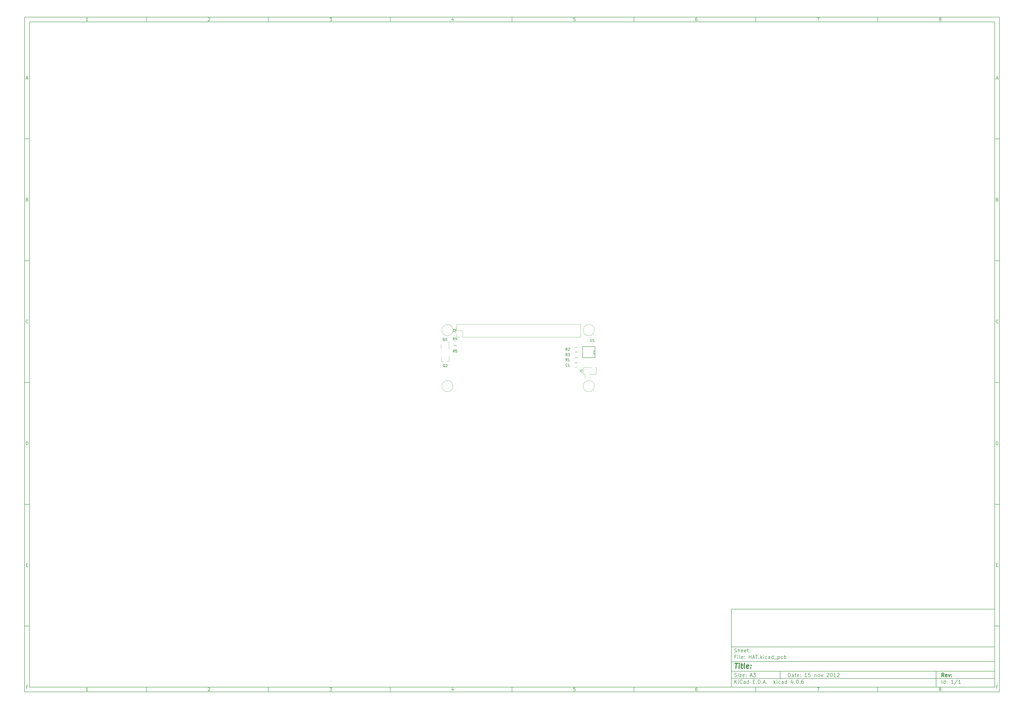
<source format=gto>
G04 #@! TF.FileFunction,Legend,Top*
%FSLAX46Y46*%
G04 Gerber Fmt 4.6, Leading zero omitted, Abs format (unit mm)*
G04 Created by KiCad (PCBNEW 4.0.6) date 06/14/17 17:14:32*
%MOMM*%
%LPD*%
G01*
G04 APERTURE LIST*
%ADD10C,0.150000*%
%ADD11C,0.300000*%
%ADD12C,0.400000*%
%ADD13C,0.120000*%
G04 APERTURE END LIST*
D10*
X299989000Y-253002200D02*
X299989000Y-285002200D01*
X407989000Y-285002200D01*
X407989000Y-253002200D01*
X299989000Y-253002200D01*
X10000000Y-10000000D02*
X10000000Y-287002200D01*
X409989000Y-287002200D01*
X409989000Y-10000000D01*
X10000000Y-10000000D01*
X12000000Y-12000000D02*
X12000000Y-285002200D01*
X407989000Y-285002200D01*
X407989000Y-12000000D01*
X12000000Y-12000000D01*
X60000000Y-12000000D02*
X60000000Y-10000000D01*
X110000000Y-12000000D02*
X110000000Y-10000000D01*
X160000000Y-12000000D02*
X160000000Y-10000000D01*
X210000000Y-12000000D02*
X210000000Y-10000000D01*
X260000000Y-12000000D02*
X260000000Y-10000000D01*
X310000000Y-12000000D02*
X310000000Y-10000000D01*
X360000000Y-12000000D02*
X360000000Y-10000000D01*
X35990476Y-11588095D02*
X35247619Y-11588095D01*
X35619048Y-11588095D02*
X35619048Y-10288095D01*
X35495238Y-10473810D01*
X35371429Y-10597619D01*
X35247619Y-10659524D01*
X85247619Y-10411905D02*
X85309524Y-10350000D01*
X85433333Y-10288095D01*
X85742857Y-10288095D01*
X85866667Y-10350000D01*
X85928571Y-10411905D01*
X85990476Y-10535714D01*
X85990476Y-10659524D01*
X85928571Y-10845238D01*
X85185714Y-11588095D01*
X85990476Y-11588095D01*
X135185714Y-10288095D02*
X135990476Y-10288095D01*
X135557143Y-10783333D01*
X135742857Y-10783333D01*
X135866667Y-10845238D01*
X135928571Y-10907143D01*
X135990476Y-11030952D01*
X135990476Y-11340476D01*
X135928571Y-11464286D01*
X135866667Y-11526190D01*
X135742857Y-11588095D01*
X135371429Y-11588095D01*
X135247619Y-11526190D01*
X135185714Y-11464286D01*
X185866667Y-10721429D02*
X185866667Y-11588095D01*
X185557143Y-10226190D02*
X185247619Y-11154762D01*
X186052381Y-11154762D01*
X235928571Y-10288095D02*
X235309524Y-10288095D01*
X235247619Y-10907143D01*
X235309524Y-10845238D01*
X235433333Y-10783333D01*
X235742857Y-10783333D01*
X235866667Y-10845238D01*
X235928571Y-10907143D01*
X235990476Y-11030952D01*
X235990476Y-11340476D01*
X235928571Y-11464286D01*
X235866667Y-11526190D01*
X235742857Y-11588095D01*
X235433333Y-11588095D01*
X235309524Y-11526190D01*
X235247619Y-11464286D01*
X285866667Y-10288095D02*
X285619048Y-10288095D01*
X285495238Y-10350000D01*
X285433333Y-10411905D01*
X285309524Y-10597619D01*
X285247619Y-10845238D01*
X285247619Y-11340476D01*
X285309524Y-11464286D01*
X285371429Y-11526190D01*
X285495238Y-11588095D01*
X285742857Y-11588095D01*
X285866667Y-11526190D01*
X285928571Y-11464286D01*
X285990476Y-11340476D01*
X285990476Y-11030952D01*
X285928571Y-10907143D01*
X285866667Y-10845238D01*
X285742857Y-10783333D01*
X285495238Y-10783333D01*
X285371429Y-10845238D01*
X285309524Y-10907143D01*
X285247619Y-11030952D01*
X335185714Y-10288095D02*
X336052381Y-10288095D01*
X335495238Y-11588095D01*
X385495238Y-10845238D02*
X385371429Y-10783333D01*
X385309524Y-10721429D01*
X385247619Y-10597619D01*
X385247619Y-10535714D01*
X385309524Y-10411905D01*
X385371429Y-10350000D01*
X385495238Y-10288095D01*
X385742857Y-10288095D01*
X385866667Y-10350000D01*
X385928571Y-10411905D01*
X385990476Y-10535714D01*
X385990476Y-10597619D01*
X385928571Y-10721429D01*
X385866667Y-10783333D01*
X385742857Y-10845238D01*
X385495238Y-10845238D01*
X385371429Y-10907143D01*
X385309524Y-10969048D01*
X385247619Y-11092857D01*
X385247619Y-11340476D01*
X385309524Y-11464286D01*
X385371429Y-11526190D01*
X385495238Y-11588095D01*
X385742857Y-11588095D01*
X385866667Y-11526190D01*
X385928571Y-11464286D01*
X385990476Y-11340476D01*
X385990476Y-11092857D01*
X385928571Y-10969048D01*
X385866667Y-10907143D01*
X385742857Y-10845238D01*
X60000000Y-285002200D02*
X60000000Y-287002200D01*
X110000000Y-285002200D02*
X110000000Y-287002200D01*
X160000000Y-285002200D02*
X160000000Y-287002200D01*
X210000000Y-285002200D02*
X210000000Y-287002200D01*
X260000000Y-285002200D02*
X260000000Y-287002200D01*
X310000000Y-285002200D02*
X310000000Y-287002200D01*
X360000000Y-285002200D02*
X360000000Y-287002200D01*
X35990476Y-286590295D02*
X35247619Y-286590295D01*
X35619048Y-286590295D02*
X35619048Y-285290295D01*
X35495238Y-285476010D01*
X35371429Y-285599819D01*
X35247619Y-285661724D01*
X85247619Y-285414105D02*
X85309524Y-285352200D01*
X85433333Y-285290295D01*
X85742857Y-285290295D01*
X85866667Y-285352200D01*
X85928571Y-285414105D01*
X85990476Y-285537914D01*
X85990476Y-285661724D01*
X85928571Y-285847438D01*
X85185714Y-286590295D01*
X85990476Y-286590295D01*
X135185714Y-285290295D02*
X135990476Y-285290295D01*
X135557143Y-285785533D01*
X135742857Y-285785533D01*
X135866667Y-285847438D01*
X135928571Y-285909343D01*
X135990476Y-286033152D01*
X135990476Y-286342676D01*
X135928571Y-286466486D01*
X135866667Y-286528390D01*
X135742857Y-286590295D01*
X135371429Y-286590295D01*
X135247619Y-286528390D01*
X135185714Y-286466486D01*
X185866667Y-285723629D02*
X185866667Y-286590295D01*
X185557143Y-285228390D02*
X185247619Y-286156962D01*
X186052381Y-286156962D01*
X235928571Y-285290295D02*
X235309524Y-285290295D01*
X235247619Y-285909343D01*
X235309524Y-285847438D01*
X235433333Y-285785533D01*
X235742857Y-285785533D01*
X235866667Y-285847438D01*
X235928571Y-285909343D01*
X235990476Y-286033152D01*
X235990476Y-286342676D01*
X235928571Y-286466486D01*
X235866667Y-286528390D01*
X235742857Y-286590295D01*
X235433333Y-286590295D01*
X235309524Y-286528390D01*
X235247619Y-286466486D01*
X285866667Y-285290295D02*
X285619048Y-285290295D01*
X285495238Y-285352200D01*
X285433333Y-285414105D01*
X285309524Y-285599819D01*
X285247619Y-285847438D01*
X285247619Y-286342676D01*
X285309524Y-286466486D01*
X285371429Y-286528390D01*
X285495238Y-286590295D01*
X285742857Y-286590295D01*
X285866667Y-286528390D01*
X285928571Y-286466486D01*
X285990476Y-286342676D01*
X285990476Y-286033152D01*
X285928571Y-285909343D01*
X285866667Y-285847438D01*
X285742857Y-285785533D01*
X285495238Y-285785533D01*
X285371429Y-285847438D01*
X285309524Y-285909343D01*
X285247619Y-286033152D01*
X335185714Y-285290295D02*
X336052381Y-285290295D01*
X335495238Y-286590295D01*
X385495238Y-285847438D02*
X385371429Y-285785533D01*
X385309524Y-285723629D01*
X385247619Y-285599819D01*
X385247619Y-285537914D01*
X385309524Y-285414105D01*
X385371429Y-285352200D01*
X385495238Y-285290295D01*
X385742857Y-285290295D01*
X385866667Y-285352200D01*
X385928571Y-285414105D01*
X385990476Y-285537914D01*
X385990476Y-285599819D01*
X385928571Y-285723629D01*
X385866667Y-285785533D01*
X385742857Y-285847438D01*
X385495238Y-285847438D01*
X385371429Y-285909343D01*
X385309524Y-285971248D01*
X385247619Y-286095057D01*
X385247619Y-286342676D01*
X385309524Y-286466486D01*
X385371429Y-286528390D01*
X385495238Y-286590295D01*
X385742857Y-286590295D01*
X385866667Y-286528390D01*
X385928571Y-286466486D01*
X385990476Y-286342676D01*
X385990476Y-286095057D01*
X385928571Y-285971248D01*
X385866667Y-285909343D01*
X385742857Y-285847438D01*
X10000000Y-60000000D02*
X12000000Y-60000000D01*
X10000000Y-110000000D02*
X12000000Y-110000000D01*
X10000000Y-160000000D02*
X12000000Y-160000000D01*
X10000000Y-210000000D02*
X12000000Y-210000000D01*
X10000000Y-260000000D02*
X12000000Y-260000000D01*
X10690476Y-35216667D02*
X11309524Y-35216667D01*
X10566667Y-35588095D02*
X11000000Y-34288095D01*
X11433333Y-35588095D01*
X11092857Y-84907143D02*
X11278571Y-84969048D01*
X11340476Y-85030952D01*
X11402381Y-85154762D01*
X11402381Y-85340476D01*
X11340476Y-85464286D01*
X11278571Y-85526190D01*
X11154762Y-85588095D01*
X10659524Y-85588095D01*
X10659524Y-84288095D01*
X11092857Y-84288095D01*
X11216667Y-84350000D01*
X11278571Y-84411905D01*
X11340476Y-84535714D01*
X11340476Y-84659524D01*
X11278571Y-84783333D01*
X11216667Y-84845238D01*
X11092857Y-84907143D01*
X10659524Y-84907143D01*
X11402381Y-135464286D02*
X11340476Y-135526190D01*
X11154762Y-135588095D01*
X11030952Y-135588095D01*
X10845238Y-135526190D01*
X10721429Y-135402381D01*
X10659524Y-135278571D01*
X10597619Y-135030952D01*
X10597619Y-134845238D01*
X10659524Y-134597619D01*
X10721429Y-134473810D01*
X10845238Y-134350000D01*
X11030952Y-134288095D01*
X11154762Y-134288095D01*
X11340476Y-134350000D01*
X11402381Y-134411905D01*
X10659524Y-185588095D02*
X10659524Y-184288095D01*
X10969048Y-184288095D01*
X11154762Y-184350000D01*
X11278571Y-184473810D01*
X11340476Y-184597619D01*
X11402381Y-184845238D01*
X11402381Y-185030952D01*
X11340476Y-185278571D01*
X11278571Y-185402381D01*
X11154762Y-185526190D01*
X10969048Y-185588095D01*
X10659524Y-185588095D01*
X10721429Y-234907143D02*
X11154762Y-234907143D01*
X11340476Y-235588095D02*
X10721429Y-235588095D01*
X10721429Y-234288095D01*
X11340476Y-234288095D01*
X11185714Y-284907143D02*
X10752381Y-284907143D01*
X10752381Y-285588095D02*
X10752381Y-284288095D01*
X11371428Y-284288095D01*
X409989000Y-60000000D02*
X407989000Y-60000000D01*
X409989000Y-110000000D02*
X407989000Y-110000000D01*
X409989000Y-160000000D02*
X407989000Y-160000000D01*
X409989000Y-210000000D02*
X407989000Y-210000000D01*
X409989000Y-260000000D02*
X407989000Y-260000000D01*
X408679476Y-35216667D02*
X409298524Y-35216667D01*
X408555667Y-35588095D02*
X408989000Y-34288095D01*
X409422333Y-35588095D01*
X409081857Y-84907143D02*
X409267571Y-84969048D01*
X409329476Y-85030952D01*
X409391381Y-85154762D01*
X409391381Y-85340476D01*
X409329476Y-85464286D01*
X409267571Y-85526190D01*
X409143762Y-85588095D01*
X408648524Y-85588095D01*
X408648524Y-84288095D01*
X409081857Y-84288095D01*
X409205667Y-84350000D01*
X409267571Y-84411905D01*
X409329476Y-84535714D01*
X409329476Y-84659524D01*
X409267571Y-84783333D01*
X409205667Y-84845238D01*
X409081857Y-84907143D01*
X408648524Y-84907143D01*
X409391381Y-135464286D02*
X409329476Y-135526190D01*
X409143762Y-135588095D01*
X409019952Y-135588095D01*
X408834238Y-135526190D01*
X408710429Y-135402381D01*
X408648524Y-135278571D01*
X408586619Y-135030952D01*
X408586619Y-134845238D01*
X408648524Y-134597619D01*
X408710429Y-134473810D01*
X408834238Y-134350000D01*
X409019952Y-134288095D01*
X409143762Y-134288095D01*
X409329476Y-134350000D01*
X409391381Y-134411905D01*
X408648524Y-185588095D02*
X408648524Y-184288095D01*
X408958048Y-184288095D01*
X409143762Y-184350000D01*
X409267571Y-184473810D01*
X409329476Y-184597619D01*
X409391381Y-184845238D01*
X409391381Y-185030952D01*
X409329476Y-185278571D01*
X409267571Y-185402381D01*
X409143762Y-185526190D01*
X408958048Y-185588095D01*
X408648524Y-185588095D01*
X408710429Y-234907143D02*
X409143762Y-234907143D01*
X409329476Y-235588095D02*
X408710429Y-235588095D01*
X408710429Y-234288095D01*
X409329476Y-234288095D01*
X409174714Y-284907143D02*
X408741381Y-284907143D01*
X408741381Y-285588095D02*
X408741381Y-284288095D01*
X409360428Y-284288095D01*
X323346143Y-280780771D02*
X323346143Y-279280771D01*
X323703286Y-279280771D01*
X323917571Y-279352200D01*
X324060429Y-279495057D01*
X324131857Y-279637914D01*
X324203286Y-279923629D01*
X324203286Y-280137914D01*
X324131857Y-280423629D01*
X324060429Y-280566486D01*
X323917571Y-280709343D01*
X323703286Y-280780771D01*
X323346143Y-280780771D01*
X325489000Y-280780771D02*
X325489000Y-279995057D01*
X325417571Y-279852200D01*
X325274714Y-279780771D01*
X324989000Y-279780771D01*
X324846143Y-279852200D01*
X325489000Y-280709343D02*
X325346143Y-280780771D01*
X324989000Y-280780771D01*
X324846143Y-280709343D01*
X324774714Y-280566486D01*
X324774714Y-280423629D01*
X324846143Y-280280771D01*
X324989000Y-280209343D01*
X325346143Y-280209343D01*
X325489000Y-280137914D01*
X325989000Y-279780771D02*
X326560429Y-279780771D01*
X326203286Y-279280771D02*
X326203286Y-280566486D01*
X326274714Y-280709343D01*
X326417572Y-280780771D01*
X326560429Y-280780771D01*
X327631857Y-280709343D02*
X327489000Y-280780771D01*
X327203286Y-280780771D01*
X327060429Y-280709343D01*
X326989000Y-280566486D01*
X326989000Y-279995057D01*
X327060429Y-279852200D01*
X327203286Y-279780771D01*
X327489000Y-279780771D01*
X327631857Y-279852200D01*
X327703286Y-279995057D01*
X327703286Y-280137914D01*
X326989000Y-280280771D01*
X328346143Y-280637914D02*
X328417571Y-280709343D01*
X328346143Y-280780771D01*
X328274714Y-280709343D01*
X328346143Y-280637914D01*
X328346143Y-280780771D01*
X328346143Y-279852200D02*
X328417571Y-279923629D01*
X328346143Y-279995057D01*
X328274714Y-279923629D01*
X328346143Y-279852200D01*
X328346143Y-279995057D01*
X330989000Y-280780771D02*
X330131857Y-280780771D01*
X330560429Y-280780771D02*
X330560429Y-279280771D01*
X330417572Y-279495057D01*
X330274714Y-279637914D01*
X330131857Y-279709343D01*
X332346143Y-279280771D02*
X331631857Y-279280771D01*
X331560428Y-279995057D01*
X331631857Y-279923629D01*
X331774714Y-279852200D01*
X332131857Y-279852200D01*
X332274714Y-279923629D01*
X332346143Y-279995057D01*
X332417571Y-280137914D01*
X332417571Y-280495057D01*
X332346143Y-280637914D01*
X332274714Y-280709343D01*
X332131857Y-280780771D01*
X331774714Y-280780771D01*
X331631857Y-280709343D01*
X331560428Y-280637914D01*
X334203285Y-279780771D02*
X334203285Y-280780771D01*
X334203285Y-279923629D02*
X334274713Y-279852200D01*
X334417571Y-279780771D01*
X334631856Y-279780771D01*
X334774713Y-279852200D01*
X334846142Y-279995057D01*
X334846142Y-280780771D01*
X335774714Y-280780771D02*
X335631856Y-280709343D01*
X335560428Y-280637914D01*
X335488999Y-280495057D01*
X335488999Y-280066486D01*
X335560428Y-279923629D01*
X335631856Y-279852200D01*
X335774714Y-279780771D01*
X335988999Y-279780771D01*
X336131856Y-279852200D01*
X336203285Y-279923629D01*
X336274714Y-280066486D01*
X336274714Y-280495057D01*
X336203285Y-280637914D01*
X336131856Y-280709343D01*
X335988999Y-280780771D01*
X335774714Y-280780771D01*
X336774714Y-279780771D02*
X337131857Y-280780771D01*
X337488999Y-279780771D01*
X339131856Y-279423629D02*
X339203285Y-279352200D01*
X339346142Y-279280771D01*
X339703285Y-279280771D01*
X339846142Y-279352200D01*
X339917571Y-279423629D01*
X339988999Y-279566486D01*
X339988999Y-279709343D01*
X339917571Y-279923629D01*
X339060428Y-280780771D01*
X339988999Y-280780771D01*
X340917570Y-279280771D02*
X341060427Y-279280771D01*
X341203284Y-279352200D01*
X341274713Y-279423629D01*
X341346142Y-279566486D01*
X341417570Y-279852200D01*
X341417570Y-280209343D01*
X341346142Y-280495057D01*
X341274713Y-280637914D01*
X341203284Y-280709343D01*
X341060427Y-280780771D01*
X340917570Y-280780771D01*
X340774713Y-280709343D01*
X340703284Y-280637914D01*
X340631856Y-280495057D01*
X340560427Y-280209343D01*
X340560427Y-279852200D01*
X340631856Y-279566486D01*
X340703284Y-279423629D01*
X340774713Y-279352200D01*
X340917570Y-279280771D01*
X342846141Y-280780771D02*
X341988998Y-280780771D01*
X342417570Y-280780771D02*
X342417570Y-279280771D01*
X342274713Y-279495057D01*
X342131855Y-279637914D01*
X341988998Y-279709343D01*
X343417569Y-279423629D02*
X343488998Y-279352200D01*
X343631855Y-279280771D01*
X343988998Y-279280771D01*
X344131855Y-279352200D01*
X344203284Y-279423629D01*
X344274712Y-279566486D01*
X344274712Y-279709343D01*
X344203284Y-279923629D01*
X343346141Y-280780771D01*
X344274712Y-280780771D01*
X299989000Y-281502200D02*
X407989000Y-281502200D01*
X301346143Y-283580771D02*
X301346143Y-282080771D01*
X302203286Y-283580771D02*
X301560429Y-282723629D01*
X302203286Y-282080771D02*
X301346143Y-282937914D01*
X302846143Y-283580771D02*
X302846143Y-282580771D01*
X302846143Y-282080771D02*
X302774714Y-282152200D01*
X302846143Y-282223629D01*
X302917571Y-282152200D01*
X302846143Y-282080771D01*
X302846143Y-282223629D01*
X304417572Y-283437914D02*
X304346143Y-283509343D01*
X304131857Y-283580771D01*
X303989000Y-283580771D01*
X303774715Y-283509343D01*
X303631857Y-283366486D01*
X303560429Y-283223629D01*
X303489000Y-282937914D01*
X303489000Y-282723629D01*
X303560429Y-282437914D01*
X303631857Y-282295057D01*
X303774715Y-282152200D01*
X303989000Y-282080771D01*
X304131857Y-282080771D01*
X304346143Y-282152200D01*
X304417572Y-282223629D01*
X305703286Y-283580771D02*
X305703286Y-282795057D01*
X305631857Y-282652200D01*
X305489000Y-282580771D01*
X305203286Y-282580771D01*
X305060429Y-282652200D01*
X305703286Y-283509343D02*
X305560429Y-283580771D01*
X305203286Y-283580771D01*
X305060429Y-283509343D01*
X304989000Y-283366486D01*
X304989000Y-283223629D01*
X305060429Y-283080771D01*
X305203286Y-283009343D01*
X305560429Y-283009343D01*
X305703286Y-282937914D01*
X307060429Y-283580771D02*
X307060429Y-282080771D01*
X307060429Y-283509343D02*
X306917572Y-283580771D01*
X306631858Y-283580771D01*
X306489000Y-283509343D01*
X306417572Y-283437914D01*
X306346143Y-283295057D01*
X306346143Y-282866486D01*
X306417572Y-282723629D01*
X306489000Y-282652200D01*
X306631858Y-282580771D01*
X306917572Y-282580771D01*
X307060429Y-282652200D01*
X308917572Y-282795057D02*
X309417572Y-282795057D01*
X309631858Y-283580771D02*
X308917572Y-283580771D01*
X308917572Y-282080771D01*
X309631858Y-282080771D01*
X310274715Y-283437914D02*
X310346143Y-283509343D01*
X310274715Y-283580771D01*
X310203286Y-283509343D01*
X310274715Y-283437914D01*
X310274715Y-283580771D01*
X310989001Y-283580771D02*
X310989001Y-282080771D01*
X311346144Y-282080771D01*
X311560429Y-282152200D01*
X311703287Y-282295057D01*
X311774715Y-282437914D01*
X311846144Y-282723629D01*
X311846144Y-282937914D01*
X311774715Y-283223629D01*
X311703287Y-283366486D01*
X311560429Y-283509343D01*
X311346144Y-283580771D01*
X310989001Y-283580771D01*
X312489001Y-283437914D02*
X312560429Y-283509343D01*
X312489001Y-283580771D01*
X312417572Y-283509343D01*
X312489001Y-283437914D01*
X312489001Y-283580771D01*
X313131858Y-283152200D02*
X313846144Y-283152200D01*
X312989001Y-283580771D02*
X313489001Y-282080771D01*
X313989001Y-283580771D01*
X314489001Y-283437914D02*
X314560429Y-283509343D01*
X314489001Y-283580771D01*
X314417572Y-283509343D01*
X314489001Y-283437914D01*
X314489001Y-283580771D01*
X317489001Y-283580771D02*
X317489001Y-282080771D01*
X317631858Y-283009343D02*
X318060429Y-283580771D01*
X318060429Y-282580771D02*
X317489001Y-283152200D01*
X318703287Y-283580771D02*
X318703287Y-282580771D01*
X318703287Y-282080771D02*
X318631858Y-282152200D01*
X318703287Y-282223629D01*
X318774715Y-282152200D01*
X318703287Y-282080771D01*
X318703287Y-282223629D01*
X320060430Y-283509343D02*
X319917573Y-283580771D01*
X319631859Y-283580771D01*
X319489001Y-283509343D01*
X319417573Y-283437914D01*
X319346144Y-283295057D01*
X319346144Y-282866486D01*
X319417573Y-282723629D01*
X319489001Y-282652200D01*
X319631859Y-282580771D01*
X319917573Y-282580771D01*
X320060430Y-282652200D01*
X321346144Y-283580771D02*
X321346144Y-282795057D01*
X321274715Y-282652200D01*
X321131858Y-282580771D01*
X320846144Y-282580771D01*
X320703287Y-282652200D01*
X321346144Y-283509343D02*
X321203287Y-283580771D01*
X320846144Y-283580771D01*
X320703287Y-283509343D01*
X320631858Y-283366486D01*
X320631858Y-283223629D01*
X320703287Y-283080771D01*
X320846144Y-283009343D01*
X321203287Y-283009343D01*
X321346144Y-282937914D01*
X322703287Y-283580771D02*
X322703287Y-282080771D01*
X322703287Y-283509343D02*
X322560430Y-283580771D01*
X322274716Y-283580771D01*
X322131858Y-283509343D01*
X322060430Y-283437914D01*
X321989001Y-283295057D01*
X321989001Y-282866486D01*
X322060430Y-282723629D01*
X322131858Y-282652200D01*
X322274716Y-282580771D01*
X322560430Y-282580771D01*
X322703287Y-282652200D01*
X325203287Y-282580771D02*
X325203287Y-283580771D01*
X324846144Y-282009343D02*
X324489001Y-283080771D01*
X325417573Y-283080771D01*
X325989001Y-283437914D02*
X326060429Y-283509343D01*
X325989001Y-283580771D01*
X325917572Y-283509343D01*
X325989001Y-283437914D01*
X325989001Y-283580771D01*
X326989001Y-282080771D02*
X327131858Y-282080771D01*
X327274715Y-282152200D01*
X327346144Y-282223629D01*
X327417573Y-282366486D01*
X327489001Y-282652200D01*
X327489001Y-283009343D01*
X327417573Y-283295057D01*
X327346144Y-283437914D01*
X327274715Y-283509343D01*
X327131858Y-283580771D01*
X326989001Y-283580771D01*
X326846144Y-283509343D01*
X326774715Y-283437914D01*
X326703287Y-283295057D01*
X326631858Y-283009343D01*
X326631858Y-282652200D01*
X326703287Y-282366486D01*
X326774715Y-282223629D01*
X326846144Y-282152200D01*
X326989001Y-282080771D01*
X328131858Y-283437914D02*
X328203286Y-283509343D01*
X328131858Y-283580771D01*
X328060429Y-283509343D01*
X328131858Y-283437914D01*
X328131858Y-283580771D01*
X329489001Y-282080771D02*
X329203287Y-282080771D01*
X329060430Y-282152200D01*
X328989001Y-282223629D01*
X328846144Y-282437914D01*
X328774715Y-282723629D01*
X328774715Y-283295057D01*
X328846144Y-283437914D01*
X328917572Y-283509343D01*
X329060430Y-283580771D01*
X329346144Y-283580771D01*
X329489001Y-283509343D01*
X329560430Y-283437914D01*
X329631858Y-283295057D01*
X329631858Y-282937914D01*
X329560430Y-282795057D01*
X329489001Y-282723629D01*
X329346144Y-282652200D01*
X329060430Y-282652200D01*
X328917572Y-282723629D01*
X328846144Y-282795057D01*
X328774715Y-282937914D01*
X299989000Y-278502200D02*
X407989000Y-278502200D01*
D11*
X387203286Y-280780771D02*
X386703286Y-280066486D01*
X386346143Y-280780771D02*
X386346143Y-279280771D01*
X386917571Y-279280771D01*
X387060429Y-279352200D01*
X387131857Y-279423629D01*
X387203286Y-279566486D01*
X387203286Y-279780771D01*
X387131857Y-279923629D01*
X387060429Y-279995057D01*
X386917571Y-280066486D01*
X386346143Y-280066486D01*
X388417571Y-280709343D02*
X388274714Y-280780771D01*
X387989000Y-280780771D01*
X387846143Y-280709343D01*
X387774714Y-280566486D01*
X387774714Y-279995057D01*
X387846143Y-279852200D01*
X387989000Y-279780771D01*
X388274714Y-279780771D01*
X388417571Y-279852200D01*
X388489000Y-279995057D01*
X388489000Y-280137914D01*
X387774714Y-280280771D01*
X388989000Y-279780771D02*
X389346143Y-280780771D01*
X389703285Y-279780771D01*
X390274714Y-280637914D02*
X390346142Y-280709343D01*
X390274714Y-280780771D01*
X390203285Y-280709343D01*
X390274714Y-280637914D01*
X390274714Y-280780771D01*
X390274714Y-279852200D02*
X390346142Y-279923629D01*
X390274714Y-279995057D01*
X390203285Y-279923629D01*
X390274714Y-279852200D01*
X390274714Y-279995057D01*
D10*
X301274714Y-280709343D02*
X301489000Y-280780771D01*
X301846143Y-280780771D01*
X301989000Y-280709343D01*
X302060429Y-280637914D01*
X302131857Y-280495057D01*
X302131857Y-280352200D01*
X302060429Y-280209343D01*
X301989000Y-280137914D01*
X301846143Y-280066486D01*
X301560429Y-279995057D01*
X301417571Y-279923629D01*
X301346143Y-279852200D01*
X301274714Y-279709343D01*
X301274714Y-279566486D01*
X301346143Y-279423629D01*
X301417571Y-279352200D01*
X301560429Y-279280771D01*
X301917571Y-279280771D01*
X302131857Y-279352200D01*
X302774714Y-280780771D02*
X302774714Y-279780771D01*
X302774714Y-279280771D02*
X302703285Y-279352200D01*
X302774714Y-279423629D01*
X302846142Y-279352200D01*
X302774714Y-279280771D01*
X302774714Y-279423629D01*
X303346143Y-279780771D02*
X304131857Y-279780771D01*
X303346143Y-280780771D01*
X304131857Y-280780771D01*
X305274714Y-280709343D02*
X305131857Y-280780771D01*
X304846143Y-280780771D01*
X304703286Y-280709343D01*
X304631857Y-280566486D01*
X304631857Y-279995057D01*
X304703286Y-279852200D01*
X304846143Y-279780771D01*
X305131857Y-279780771D01*
X305274714Y-279852200D01*
X305346143Y-279995057D01*
X305346143Y-280137914D01*
X304631857Y-280280771D01*
X305989000Y-280637914D02*
X306060428Y-280709343D01*
X305989000Y-280780771D01*
X305917571Y-280709343D01*
X305989000Y-280637914D01*
X305989000Y-280780771D01*
X305989000Y-279852200D02*
X306060428Y-279923629D01*
X305989000Y-279995057D01*
X305917571Y-279923629D01*
X305989000Y-279852200D01*
X305989000Y-279995057D01*
X307774714Y-280352200D02*
X308489000Y-280352200D01*
X307631857Y-280780771D02*
X308131857Y-279280771D01*
X308631857Y-280780771D01*
X308989000Y-279280771D02*
X309917571Y-279280771D01*
X309417571Y-279852200D01*
X309631857Y-279852200D01*
X309774714Y-279923629D01*
X309846143Y-279995057D01*
X309917571Y-280137914D01*
X309917571Y-280495057D01*
X309846143Y-280637914D01*
X309774714Y-280709343D01*
X309631857Y-280780771D01*
X309203285Y-280780771D01*
X309060428Y-280709343D01*
X308989000Y-280637914D01*
X386346143Y-283580771D02*
X386346143Y-282080771D01*
X387703286Y-283580771D02*
X387703286Y-282080771D01*
X387703286Y-283509343D02*
X387560429Y-283580771D01*
X387274715Y-283580771D01*
X387131857Y-283509343D01*
X387060429Y-283437914D01*
X386989000Y-283295057D01*
X386989000Y-282866486D01*
X387060429Y-282723629D01*
X387131857Y-282652200D01*
X387274715Y-282580771D01*
X387560429Y-282580771D01*
X387703286Y-282652200D01*
X388417572Y-283437914D02*
X388489000Y-283509343D01*
X388417572Y-283580771D01*
X388346143Y-283509343D01*
X388417572Y-283437914D01*
X388417572Y-283580771D01*
X388417572Y-282652200D02*
X388489000Y-282723629D01*
X388417572Y-282795057D01*
X388346143Y-282723629D01*
X388417572Y-282652200D01*
X388417572Y-282795057D01*
X391060429Y-283580771D02*
X390203286Y-283580771D01*
X390631858Y-283580771D02*
X390631858Y-282080771D01*
X390489001Y-282295057D01*
X390346143Y-282437914D01*
X390203286Y-282509343D01*
X392774714Y-282009343D02*
X391489000Y-283937914D01*
X394060429Y-283580771D02*
X393203286Y-283580771D01*
X393631858Y-283580771D02*
X393631858Y-282080771D01*
X393489001Y-282295057D01*
X393346143Y-282437914D01*
X393203286Y-282509343D01*
X299989000Y-274502200D02*
X407989000Y-274502200D01*
D12*
X301441381Y-275206962D02*
X302584238Y-275206962D01*
X301762810Y-277206962D02*
X302012810Y-275206962D01*
X303000905Y-277206962D02*
X303167571Y-275873629D01*
X303250905Y-275206962D02*
X303143762Y-275302200D01*
X303227095Y-275397438D01*
X303334239Y-275302200D01*
X303250905Y-275206962D01*
X303227095Y-275397438D01*
X303834238Y-275873629D02*
X304596143Y-275873629D01*
X304203286Y-275206962D02*
X303989000Y-276921248D01*
X304060430Y-277111724D01*
X304239001Y-277206962D01*
X304429477Y-277206962D01*
X305381858Y-277206962D02*
X305203287Y-277111724D01*
X305131857Y-276921248D01*
X305346143Y-275206962D01*
X306917572Y-277111724D02*
X306715191Y-277206962D01*
X306334239Y-277206962D01*
X306155667Y-277111724D01*
X306084238Y-276921248D01*
X306179476Y-276159343D01*
X306298524Y-275968867D01*
X306500905Y-275873629D01*
X306881857Y-275873629D01*
X307060429Y-275968867D01*
X307131857Y-276159343D01*
X307108048Y-276349819D01*
X306131857Y-276540295D01*
X307881857Y-277016486D02*
X307965192Y-277111724D01*
X307858048Y-277206962D01*
X307774715Y-277111724D01*
X307881857Y-277016486D01*
X307858048Y-277206962D01*
X308012810Y-275968867D02*
X308096144Y-276064105D01*
X307989000Y-276159343D01*
X307905667Y-276064105D01*
X308012810Y-275968867D01*
X307989000Y-276159343D01*
D10*
X301846143Y-272595057D02*
X301346143Y-272595057D01*
X301346143Y-273380771D02*
X301346143Y-271880771D01*
X302060429Y-271880771D01*
X302631857Y-273380771D02*
X302631857Y-272380771D01*
X302631857Y-271880771D02*
X302560428Y-271952200D01*
X302631857Y-272023629D01*
X302703285Y-271952200D01*
X302631857Y-271880771D01*
X302631857Y-272023629D01*
X303560429Y-273380771D02*
X303417571Y-273309343D01*
X303346143Y-273166486D01*
X303346143Y-271880771D01*
X304703285Y-273309343D02*
X304560428Y-273380771D01*
X304274714Y-273380771D01*
X304131857Y-273309343D01*
X304060428Y-273166486D01*
X304060428Y-272595057D01*
X304131857Y-272452200D01*
X304274714Y-272380771D01*
X304560428Y-272380771D01*
X304703285Y-272452200D01*
X304774714Y-272595057D01*
X304774714Y-272737914D01*
X304060428Y-272880771D01*
X305417571Y-273237914D02*
X305488999Y-273309343D01*
X305417571Y-273380771D01*
X305346142Y-273309343D01*
X305417571Y-273237914D01*
X305417571Y-273380771D01*
X305417571Y-272452200D02*
X305488999Y-272523629D01*
X305417571Y-272595057D01*
X305346142Y-272523629D01*
X305417571Y-272452200D01*
X305417571Y-272595057D01*
X307274714Y-273380771D02*
X307274714Y-271880771D01*
X307274714Y-272595057D02*
X308131857Y-272595057D01*
X308131857Y-273380771D02*
X308131857Y-271880771D01*
X308774714Y-272952200D02*
X309489000Y-272952200D01*
X308631857Y-273380771D02*
X309131857Y-271880771D01*
X309631857Y-273380771D01*
X309917571Y-271880771D02*
X310774714Y-271880771D01*
X310346143Y-273380771D02*
X310346143Y-271880771D01*
X311274714Y-273237914D02*
X311346142Y-273309343D01*
X311274714Y-273380771D01*
X311203285Y-273309343D01*
X311274714Y-273237914D01*
X311274714Y-273380771D01*
X311989000Y-273380771D02*
X311989000Y-271880771D01*
X312131857Y-272809343D02*
X312560428Y-273380771D01*
X312560428Y-272380771D02*
X311989000Y-272952200D01*
X313203286Y-273380771D02*
X313203286Y-272380771D01*
X313203286Y-271880771D02*
X313131857Y-271952200D01*
X313203286Y-272023629D01*
X313274714Y-271952200D01*
X313203286Y-271880771D01*
X313203286Y-272023629D01*
X314560429Y-273309343D02*
X314417572Y-273380771D01*
X314131858Y-273380771D01*
X313989000Y-273309343D01*
X313917572Y-273237914D01*
X313846143Y-273095057D01*
X313846143Y-272666486D01*
X313917572Y-272523629D01*
X313989000Y-272452200D01*
X314131858Y-272380771D01*
X314417572Y-272380771D01*
X314560429Y-272452200D01*
X315846143Y-273380771D02*
X315846143Y-272595057D01*
X315774714Y-272452200D01*
X315631857Y-272380771D01*
X315346143Y-272380771D01*
X315203286Y-272452200D01*
X315846143Y-273309343D02*
X315703286Y-273380771D01*
X315346143Y-273380771D01*
X315203286Y-273309343D01*
X315131857Y-273166486D01*
X315131857Y-273023629D01*
X315203286Y-272880771D01*
X315346143Y-272809343D01*
X315703286Y-272809343D01*
X315846143Y-272737914D01*
X317203286Y-273380771D02*
X317203286Y-271880771D01*
X317203286Y-273309343D02*
X317060429Y-273380771D01*
X316774715Y-273380771D01*
X316631857Y-273309343D01*
X316560429Y-273237914D01*
X316489000Y-273095057D01*
X316489000Y-272666486D01*
X316560429Y-272523629D01*
X316631857Y-272452200D01*
X316774715Y-272380771D01*
X317060429Y-272380771D01*
X317203286Y-272452200D01*
X317560429Y-273523629D02*
X318703286Y-273523629D01*
X319060429Y-272380771D02*
X319060429Y-273880771D01*
X319060429Y-272452200D02*
X319203286Y-272380771D01*
X319489000Y-272380771D01*
X319631857Y-272452200D01*
X319703286Y-272523629D01*
X319774715Y-272666486D01*
X319774715Y-273095057D01*
X319703286Y-273237914D01*
X319631857Y-273309343D01*
X319489000Y-273380771D01*
X319203286Y-273380771D01*
X319060429Y-273309343D01*
X321060429Y-273309343D02*
X320917572Y-273380771D01*
X320631858Y-273380771D01*
X320489000Y-273309343D01*
X320417572Y-273237914D01*
X320346143Y-273095057D01*
X320346143Y-272666486D01*
X320417572Y-272523629D01*
X320489000Y-272452200D01*
X320631858Y-272380771D01*
X320917572Y-272380771D01*
X321060429Y-272452200D01*
X321703286Y-273380771D02*
X321703286Y-271880771D01*
X321703286Y-272452200D02*
X321846143Y-272380771D01*
X322131857Y-272380771D01*
X322274714Y-272452200D01*
X322346143Y-272523629D01*
X322417572Y-272666486D01*
X322417572Y-273095057D01*
X322346143Y-273237914D01*
X322274714Y-273309343D01*
X322131857Y-273380771D01*
X321846143Y-273380771D01*
X321703286Y-273309343D01*
X299989000Y-268502200D02*
X407989000Y-268502200D01*
X301274714Y-270609343D02*
X301489000Y-270680771D01*
X301846143Y-270680771D01*
X301989000Y-270609343D01*
X302060429Y-270537914D01*
X302131857Y-270395057D01*
X302131857Y-270252200D01*
X302060429Y-270109343D01*
X301989000Y-270037914D01*
X301846143Y-269966486D01*
X301560429Y-269895057D01*
X301417571Y-269823629D01*
X301346143Y-269752200D01*
X301274714Y-269609343D01*
X301274714Y-269466486D01*
X301346143Y-269323629D01*
X301417571Y-269252200D01*
X301560429Y-269180771D01*
X301917571Y-269180771D01*
X302131857Y-269252200D01*
X302774714Y-270680771D02*
X302774714Y-269180771D01*
X303417571Y-270680771D02*
X303417571Y-269895057D01*
X303346142Y-269752200D01*
X303203285Y-269680771D01*
X302989000Y-269680771D01*
X302846142Y-269752200D01*
X302774714Y-269823629D01*
X304703285Y-270609343D02*
X304560428Y-270680771D01*
X304274714Y-270680771D01*
X304131857Y-270609343D01*
X304060428Y-270466486D01*
X304060428Y-269895057D01*
X304131857Y-269752200D01*
X304274714Y-269680771D01*
X304560428Y-269680771D01*
X304703285Y-269752200D01*
X304774714Y-269895057D01*
X304774714Y-270037914D01*
X304060428Y-270180771D01*
X305988999Y-270609343D02*
X305846142Y-270680771D01*
X305560428Y-270680771D01*
X305417571Y-270609343D01*
X305346142Y-270466486D01*
X305346142Y-269895057D01*
X305417571Y-269752200D01*
X305560428Y-269680771D01*
X305846142Y-269680771D01*
X305988999Y-269752200D01*
X306060428Y-269895057D01*
X306060428Y-270037914D01*
X305346142Y-270180771D01*
X306488999Y-269680771D02*
X307060428Y-269680771D01*
X306703285Y-269180771D02*
X306703285Y-270466486D01*
X306774713Y-270609343D01*
X306917571Y-270680771D01*
X307060428Y-270680771D01*
X307560428Y-270537914D02*
X307631856Y-270609343D01*
X307560428Y-270680771D01*
X307488999Y-270609343D01*
X307560428Y-270537914D01*
X307560428Y-270680771D01*
X307560428Y-269752200D02*
X307631856Y-269823629D01*
X307560428Y-269895057D01*
X307488999Y-269823629D01*
X307560428Y-269752200D01*
X307560428Y-269895057D01*
X319989000Y-278502200D02*
X319989000Y-281502200D01*
X383989000Y-278502200D02*
X383989000Y-285002200D01*
D13*
X239930000Y-156580000D02*
X239400000Y-156580000D01*
X239400000Y-156580000D02*
X239400000Y-153920000D01*
X239400000Y-153920000D02*
X239930000Y-153920000D01*
X244070000Y-156580000D02*
X244600000Y-156580000D01*
X244600000Y-156580000D02*
X244600000Y-153920000D01*
X244600000Y-153920000D02*
X244070000Y-153920000D01*
X239400000Y-153920000D02*
X242590000Y-153920000D01*
X239930000Y-156580000D02*
X239930000Y-158250000D01*
X241410000Y-156580000D02*
X244600000Y-156580000D01*
X180890000Y-144350000D02*
X180890000Y-146150000D01*
X184110000Y-146150000D02*
X184110000Y-143200000D01*
D10*
X244040000Y-149786000D02*
X238960000Y-149786000D01*
X238960000Y-149786000D02*
X238960000Y-145214000D01*
X238960000Y-145214000D02*
X244040000Y-145214000D01*
X244040000Y-145214000D02*
X244040000Y-149786000D01*
X244040000Y-148262000D02*
X243532000Y-148262000D01*
X243532000Y-148262000D02*
X243532000Y-146992000D01*
X243532000Y-146992000D02*
X244040000Y-146992000D01*
D13*
X189770000Y-141330000D02*
X238090000Y-141330000D01*
X238090000Y-141330000D02*
X238090000Y-136130000D01*
X238090000Y-136130000D02*
X187170000Y-136130000D01*
X187170000Y-136130000D02*
X187170000Y-138730000D01*
X187170000Y-138730000D02*
X189770000Y-138730000D01*
X189770000Y-138730000D02*
X189770000Y-141330000D01*
X188500000Y-141330000D02*
X187170000Y-141330000D01*
X187170000Y-141330000D02*
X187170000Y-140000000D01*
X185786000Y-138500000D02*
G75*
G03X185786000Y-138500000I-2286000J0D01*
G01*
X243786000Y-138500000D02*
G75*
G03X243786000Y-138500000I-2286000J0D01*
G01*
X243786000Y-161500000D02*
G75*
G03X243786000Y-161500000I-2286000J0D01*
G01*
X185786000Y-161500000D02*
G75*
G03X185786000Y-161500000I-2286000J0D01*
G01*
X236700000Y-152050000D02*
X235700000Y-152050000D01*
X235700000Y-153750000D02*
X236700000Y-153750000D01*
X236800000Y-151680000D02*
X235600000Y-151680000D01*
X235600000Y-149920000D02*
X236800000Y-149920000D01*
X236800000Y-147280000D02*
X235600000Y-147280000D01*
X235600000Y-145520000D02*
X236800000Y-145520000D01*
X236800000Y-149480000D02*
X235600000Y-149480000D01*
X235600000Y-147720000D02*
X236800000Y-147720000D01*
X187200000Y-144680000D02*
X186000000Y-144680000D01*
X186000000Y-142920000D02*
X187200000Y-142920000D01*
X187200000Y-146480000D02*
X186000000Y-146480000D01*
X186000000Y-144720000D02*
X187200000Y-144720000D01*
X181020000Y-151360000D02*
X181950000Y-151360000D01*
X184180000Y-151360000D02*
X183250000Y-151360000D01*
X184180000Y-151360000D02*
X184180000Y-149200000D01*
X181020000Y-151360000D02*
X181020000Y-149900000D01*
D10*
X237852381Y-155583333D02*
X238566667Y-155583333D01*
X238709524Y-155630953D01*
X238804762Y-155726191D01*
X238852381Y-155869048D01*
X238852381Y-155964286D01*
X238852381Y-154583333D02*
X238852381Y-155154762D01*
X238852381Y-154869048D02*
X237852381Y-154869048D01*
X237995238Y-154964286D01*
X238090476Y-155059524D01*
X238138095Y-155154762D01*
X182404762Y-142797619D02*
X182309524Y-142750000D01*
X182214286Y-142654762D01*
X182071429Y-142511905D01*
X181976190Y-142464286D01*
X181880952Y-142464286D01*
X181928571Y-142702381D02*
X181833333Y-142654762D01*
X181738095Y-142559524D01*
X181690476Y-142369048D01*
X181690476Y-142035714D01*
X181738095Y-141845238D01*
X181833333Y-141750000D01*
X181928571Y-141702381D01*
X182119048Y-141702381D01*
X182214286Y-141750000D01*
X182309524Y-141845238D01*
X182357143Y-142035714D01*
X182357143Y-142369048D01*
X182309524Y-142559524D01*
X182214286Y-142654762D01*
X182119048Y-142702381D01*
X181928571Y-142702381D01*
X183309524Y-142702381D02*
X182738095Y-142702381D01*
X183023809Y-142702381D02*
X183023809Y-141702381D01*
X182928571Y-141845238D01*
X182833333Y-141940476D01*
X182738095Y-141988095D01*
X242238095Y-142202381D02*
X242238095Y-143011905D01*
X242285714Y-143107143D01*
X242333333Y-143154762D01*
X242428571Y-143202381D01*
X242619048Y-143202381D01*
X242714286Y-143154762D01*
X242761905Y-143107143D01*
X242809524Y-143011905D01*
X242809524Y-142202381D01*
X243809524Y-143202381D02*
X243238095Y-143202381D01*
X243523809Y-143202381D02*
X243523809Y-142202381D01*
X243428571Y-142345238D01*
X243333333Y-142440476D01*
X243238095Y-142488095D01*
X185952381Y-139083333D02*
X186666667Y-139083333D01*
X186809524Y-139130953D01*
X186904762Y-139226191D01*
X186952381Y-139369048D01*
X186952381Y-139464286D01*
X186047619Y-138654762D02*
X186000000Y-138607143D01*
X185952381Y-138511905D01*
X185952381Y-138273809D01*
X186000000Y-138178571D01*
X186047619Y-138130952D01*
X186142857Y-138083333D01*
X186238095Y-138083333D01*
X186380952Y-138130952D01*
X186952381Y-138702381D01*
X186952381Y-138083333D01*
X232633334Y-153257143D02*
X232585715Y-153304762D01*
X232442858Y-153352381D01*
X232347620Y-153352381D01*
X232204762Y-153304762D01*
X232109524Y-153209524D01*
X232061905Y-153114286D01*
X232014286Y-152923810D01*
X232014286Y-152780952D01*
X232061905Y-152590476D01*
X232109524Y-152495238D01*
X232204762Y-152400000D01*
X232347620Y-152352381D01*
X232442858Y-152352381D01*
X232585715Y-152400000D01*
X232633334Y-152447619D01*
X233585715Y-153352381D02*
X233014286Y-153352381D01*
X233300000Y-153352381D02*
X233300000Y-152352381D01*
X233204762Y-152495238D01*
X233109524Y-152590476D01*
X233014286Y-152638095D01*
X232633334Y-151152381D02*
X232300000Y-150676190D01*
X232061905Y-151152381D02*
X232061905Y-150152381D01*
X232442858Y-150152381D01*
X232538096Y-150200000D01*
X232585715Y-150247619D01*
X232633334Y-150342857D01*
X232633334Y-150485714D01*
X232585715Y-150580952D01*
X232538096Y-150628571D01*
X232442858Y-150676190D01*
X232061905Y-150676190D01*
X233585715Y-151152381D02*
X233014286Y-151152381D01*
X233300000Y-151152381D02*
X233300000Y-150152381D01*
X233204762Y-150295238D01*
X233109524Y-150390476D01*
X233014286Y-150438095D01*
X232633334Y-146852381D02*
X232300000Y-146376190D01*
X232061905Y-146852381D02*
X232061905Y-145852381D01*
X232442858Y-145852381D01*
X232538096Y-145900000D01*
X232585715Y-145947619D01*
X232633334Y-146042857D01*
X232633334Y-146185714D01*
X232585715Y-146280952D01*
X232538096Y-146328571D01*
X232442858Y-146376190D01*
X232061905Y-146376190D01*
X233014286Y-145947619D02*
X233061905Y-145900000D01*
X233157143Y-145852381D01*
X233395239Y-145852381D01*
X233490477Y-145900000D01*
X233538096Y-145947619D01*
X233585715Y-146042857D01*
X233585715Y-146138095D01*
X233538096Y-146280952D01*
X232966667Y-146852381D01*
X233585715Y-146852381D01*
X232633334Y-149052381D02*
X232300000Y-148576190D01*
X232061905Y-149052381D02*
X232061905Y-148052381D01*
X232442858Y-148052381D01*
X232538096Y-148100000D01*
X232585715Y-148147619D01*
X232633334Y-148242857D01*
X232633334Y-148385714D01*
X232585715Y-148480952D01*
X232538096Y-148528571D01*
X232442858Y-148576190D01*
X232061905Y-148576190D01*
X232966667Y-148052381D02*
X233585715Y-148052381D01*
X233252381Y-148433333D01*
X233395239Y-148433333D01*
X233490477Y-148480952D01*
X233538096Y-148528571D01*
X233585715Y-148623810D01*
X233585715Y-148861905D01*
X233538096Y-148957143D01*
X233490477Y-149004762D01*
X233395239Y-149052381D01*
X233109524Y-149052381D01*
X233014286Y-149004762D01*
X232966667Y-148957143D01*
X186433334Y-142552381D02*
X186100000Y-142076190D01*
X185861905Y-142552381D02*
X185861905Y-141552381D01*
X186242858Y-141552381D01*
X186338096Y-141600000D01*
X186385715Y-141647619D01*
X186433334Y-141742857D01*
X186433334Y-141885714D01*
X186385715Y-141980952D01*
X186338096Y-142028571D01*
X186242858Y-142076190D01*
X185861905Y-142076190D01*
X187290477Y-141885714D02*
X187290477Y-142552381D01*
X187052381Y-141504762D02*
X186814286Y-142219048D01*
X187433334Y-142219048D01*
X186433334Y-147652381D02*
X186100000Y-147176190D01*
X185861905Y-147652381D02*
X185861905Y-146652381D01*
X186242858Y-146652381D01*
X186338096Y-146700000D01*
X186385715Y-146747619D01*
X186433334Y-146842857D01*
X186433334Y-146985714D01*
X186385715Y-147080952D01*
X186338096Y-147128571D01*
X186242858Y-147176190D01*
X185861905Y-147176190D01*
X187338096Y-146652381D02*
X186861905Y-146652381D01*
X186814286Y-147128571D01*
X186861905Y-147080952D01*
X186957143Y-147033333D01*
X187195239Y-147033333D01*
X187290477Y-147080952D01*
X187338096Y-147128571D01*
X187385715Y-147223810D01*
X187385715Y-147461905D01*
X187338096Y-147557143D01*
X187290477Y-147604762D01*
X187195239Y-147652381D01*
X186957143Y-147652381D01*
X186861905Y-147604762D01*
X186814286Y-147557143D01*
X182504762Y-153647619D02*
X182409524Y-153600000D01*
X182314286Y-153504762D01*
X182171429Y-153361905D01*
X182076190Y-153314286D01*
X181980952Y-153314286D01*
X182028571Y-153552381D02*
X181933333Y-153504762D01*
X181838095Y-153409524D01*
X181790476Y-153219048D01*
X181790476Y-152885714D01*
X181838095Y-152695238D01*
X181933333Y-152600000D01*
X182028571Y-152552381D01*
X182219048Y-152552381D01*
X182314286Y-152600000D01*
X182409524Y-152695238D01*
X182457143Y-152885714D01*
X182457143Y-153219048D01*
X182409524Y-153409524D01*
X182314286Y-153504762D01*
X182219048Y-153552381D01*
X182028571Y-153552381D01*
X182838095Y-152647619D02*
X182885714Y-152600000D01*
X182980952Y-152552381D01*
X183219048Y-152552381D01*
X183314286Y-152600000D01*
X183361905Y-152647619D01*
X183409524Y-152742857D01*
X183409524Y-152838095D01*
X183361905Y-152980952D01*
X182790476Y-153552381D01*
X183409524Y-153552381D01*
M02*

</source>
